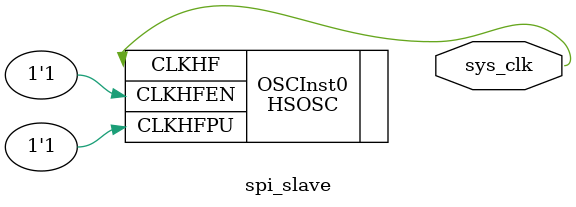
<source format=v>
`timescale  1ns/1ns
module  spi_slave
(
    //input   wire            sys_clk     ,   //ÏµÍ³Ê±ÖÓ£¬ÆµÂÊ50MHz
    //input    wire            sys_rst_n  ,   //¸´Î»ÐÅºÅ,µÍµçÆ½ÓÐÐ§

    /*output   reg            data_out0  ,
    output   reg            data_out1  ,
    output   reg            data_out2  ,
    output   reg            data_out3  ,
    output   reg            data_out4  ,
    output   reg            data_out5  ,
    output   reg            data_out6  ,
    output   reg            data_out7  ,
    output   reg            pclk       */
    output  wire            sys_clk 

);

//wire    sys_clk;
//Òý³öÄÚ²¿¸ßËÙÊ±ÖÓ
HSOSC
#(
 .CLKHF_DIV ("0b00")
) OSCInst0 (
 .CLKHFEN (  1'b1   ),
 .CLKHFPU (  1'b1   ),
 .CLKHF   ( sys_clk )
);

/*
//48MHz->50MHz Convert
PLL PLLInst0
(
    ref_clk_i   (clk_ref  ),
    rst_n_i     (sys_rst_n),
    outcore_o   (sys_clk  ),
    outglobal_o ()
);*/

/*
//handshake_endÐÅºÅ
always@(posedge sys_clk or  negedge sys_rst_n)
    if(sys_rst_n == 1'b0) begin
        data_out0 <= 1'b0;
        data_out1 <= 1'b0;
        data_out5 <= 1'b0;
    end
    else begin
        data_out0 <= data_out0 + 1'b1;
        data_out1 <= data_out1 + 1'b1;
        data_out5 <= data_out5 + 1'b1;
    end

always@(posedge sys_clk or  negedge sys_rst_n)
    if(sys_rst_n == 1'b0) begin
        data_out2 <= 1'b0;
        data_out3 <= 1'b0;
        data_out4 <= 1'b0;
        data_out6 <= 1'b0;
        data_out7 <= 1'b0;
    end
    else begin
        data_out2 <= data_out2;
        data_out3 <= data_out3;
        data_out4 <= data_out4;
        data_out6 <= data_out6;
        data_out7 <= data_out7;
    end

always@(posedge sys_clk or  negedge sys_rst_n)
    if(sys_rst_n == 1'b0)
        pclk <= 1'b0;
    else
        pclk <= pclk + 1'b1;
*/

endmodule

</source>
